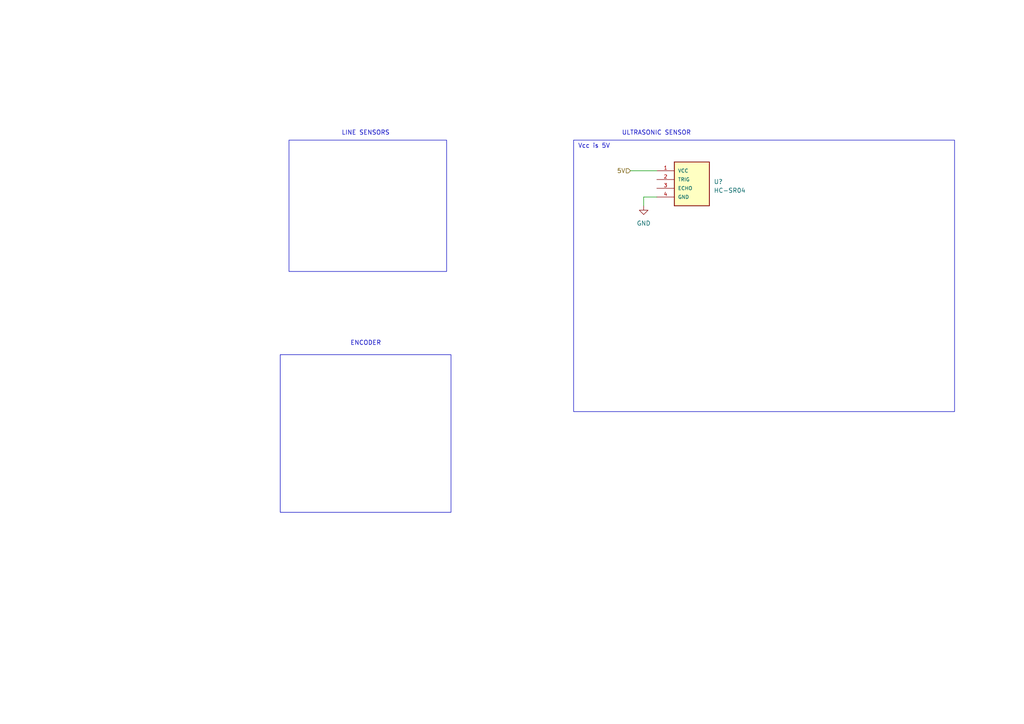
<source format=kicad_sch>
(kicad_sch (version 20230121) (generator eeschema)
  (paper "A4")
  (lib_symbols
    (symbol "HC-SR04_ULTRASONIC_SENSOR:HC-SR04" (pin_names (offset 1.016))
      (property "Reference" "U" (at 0 5.0813 0))
      (property "Value" "HC-SR04" (at 0 -10.163 0))
      (symbol "HC-SR04_0_0"
        (rectangle (start 0 -7.62) (end 10.16 5.08) (stroke (width 0.254)) (fill (type background)))
        (pin power_in line (at -5.08 2.54 0) (length 5.08) (name "VCC") (number "1"))
        (pin bidirectional line (at -5.08 0 0) (length 5.08) (name "TRIG") (number "2"))
        (pin bidirectional line (at -5.08 -2.54 0) (length 5.08) (name "ECHO") (number "3"))
        (pin power_in line (at -5.08 -5.08 0) (length 5.08) (name "GND") (number "4"))
      )
    )
    (symbol "power:GND" (power) (pin_names (offset 0))
      (property "Value" "GND" (at 0 -3.81 0))
      (symbol "GND_0_1"
        (polyline (pts (xy 0 0) (xy 0 -1.27) (xy 1.27 -1.27) (xy 0 -2.54) (xy -1.27 -1.27) (xy 0 -1.27)))
      )
      (symbol "GND_1_1"
        (pin power_in line (at 0 0 270) (length 0) hide (name "GND") (number "1"))
      )
    )
  )
  (wire (pts (xy 182.88 49.53) (xy 190.5 49.53)))
  (wire (pts (xy 190.5 57.15) (xy 186.69 57.15)))
  (wire (pts (xy 186.69 57.15) (xy 186.69 59.69)))
  (rectangle (start 83.82 40.64) (end 129.54 78.74))
  (rectangle (start 81.28 102.87) (end 130.81 148.59))
  (rectangle (start 166.37 40.64) (end 276.86 119.38))
  (text "LINE SENSORS\n" (at 99.06 39.37 0) (effects (font (size 1.27 1.27)) (justify left bottom)))
  (text "ULTRASONIC SENSOR\n" (at 180.34 39.37 0) (effects (font (size 1.27 1.27)) (justify left bottom)))
  (text "ENCODER\n" (at 101.6 100.33 0) (effects (font (size 1.27 1.27)) (justify left bottom)))
  (text "Vcc is 5V" (at 167.64 43.18 0) (effects (font (size 1.27 1.27)) (justify left bottom)))
  (hierarchical_label "5V" (shape input) (at 182.88 49.53 180))
  (symbol (lib_id "power:GND") (at 186.69 59.69 0) (unit 1)
    (property "Reference" "#PWR02" (effects hide))
    (property "Value" "GND" (at 186.69 64.77 0))
  )
  (symbol (lib_id "HC-SR04_ULTRASONIC_SENSOR:HC-SR04") (at 195.58 52.07 0) (unit 1)
    (property "Reference" "U?" (at 207.01 52.705 0) (effects (justify left)))
    (property "Value" "HC-SR04" (at 207.01 55.245 0) (effects (justify left)))
    (property "Footprint" "XCVR_HC-SR04" (effects hide))
    (property "MF" "OSEPP Electronics" (effects hide))
    (property "Description" "\nMultiple Function Sensor Development Tools Ultrasonic Sensor Module\n" (effects hide))
    (property "Package" "None" (effects hide))
    (property "Price" "None" (effects hide))
    (property "Check_prices" "https://www.snapeda.com/parts/HC-SR04/Applied+Avionics/view-part/?ref=eda" (effects hide))
    (property "SnapEDA_Link" "https://www.snapeda.com/parts/HC-SR04/Applied+Avionics/view-part/?ref=snap" (effects hide))
    (property "MP" "HC-SR04" (effects hide))
    (property "Purchase-URL" "https://pricing.snapeda.com/search?q=HC-SR04&ref=eda" (effects hide))
    (property "Availability" "In Stock" (effects hide))
    (property "MANUFACTURER" "Osepp" (effects hide))
    (instances (project "INDY THE TREASURE HUNTER" (path "" (reference "U?") (unit 1)) (path "" (reference "U1") (unit 1))))
  )
)
</source>
